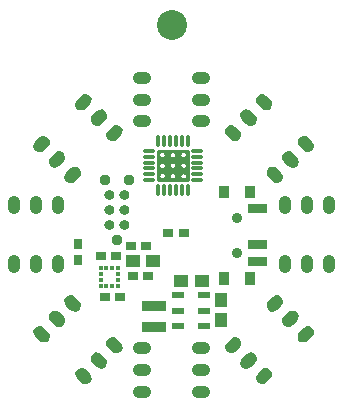
<source format=gts>
G04 DipTrace 2.4.0.2*
%INcircle.gts*%
%MOMM*%
%ADD10C,0.25*%
%ADD20C,0.165*%
%ADD29R,1.0X0.5*%
%ADD47C,0.95*%
%ADD48C,0.9*%
%ADD49C,2.54*%
%ADD53R,0.3X0.325*%
%ADD54R,0.325X0.3*%
%ADD55R,0.75X0.95*%
%ADD56R,0.95X0.75*%
%ADD59O,1.05X1.55*%
%ADD60R,2.05X0.9*%
%ADD61R,1.15X1.05*%
%ADD62R,1.05X1.15*%
%ADD63O,1.55X1.05*%
%ADD67O,1.05X0.33*%
%ADD68O,0.33X1.05*%
%FSLAX53Y53*%
G04*
G71*
G90*
G75*
G01*
%LNTopMask*%
%LPD*%
X25562Y32357D2*
D20*
Y32376D1*
X25564Y32394D1*
X25568Y32413D1*
X25572Y32431D1*
X25578Y32448D1*
X25586Y32466D1*
X25594Y32482D1*
X25604Y32498D1*
X25615Y32514D1*
X25627Y32529D1*
X25640Y32542D1*
X25654Y32555D1*
X25669Y32567D1*
X25685Y32578D1*
X25701Y32588D1*
X25718Y32597D1*
X25736Y32604D1*
X25755Y32611D1*
X25773Y32616D1*
X25792Y32620D1*
X25812Y32622D1*
X25831Y32624D1*
X25851D1*
X25870Y32622D1*
X25890Y32620D1*
X25909Y32616D1*
X25927Y32611D1*
X25946Y32604D1*
X25964Y32597D1*
X25981Y32588D1*
X25997Y32578D1*
X26013Y32567D1*
X26028Y32555D1*
X26042Y32542D1*
X26055Y32529D1*
X26067Y32514D1*
X26078Y32498D1*
X26088Y32482D1*
X26096Y32466D1*
X26104Y32448D1*
X26110Y32431D1*
X26114Y32413D1*
X26118Y32394D1*
X26120Y32376D1*
Y32357D1*
Y32339D1*
X26118Y32320D1*
X26114Y32302D1*
X26110Y32284D1*
X26104Y32266D1*
X26096Y32249D1*
X26088Y32232D1*
X26078Y32216D1*
X26067Y32200D1*
X26055Y32186D1*
X26042Y32172D1*
X26028Y32159D1*
X26013Y32147D1*
X25997Y32136D1*
X25981Y32126D1*
X25964Y32118D1*
X25946Y32110D1*
X25927Y32104D1*
X25909Y32098D1*
X25890Y32095D1*
X25870Y32092D1*
X25851Y32091D1*
X25831D1*
X25812Y32092D1*
X25792Y32095D1*
X25773Y32098D1*
X25755Y32104D1*
X25736Y32110D1*
X25718Y32118D1*
X25701Y32126D1*
X25685Y32136D1*
X25669Y32147D1*
X25654Y32159D1*
X25640Y32172D1*
X25627Y32186D1*
X25615Y32200D1*
X25604Y32216D1*
X25594Y32232D1*
X25586Y32249D1*
X25578Y32266D1*
X25572Y32284D1*
X25568Y32302D1*
X25564Y32320D1*
X25562Y32339D1*
Y32357D1*
Y33260D2*
Y33279D1*
X25564Y33298D1*
X25568Y33316D1*
X25572Y33334D1*
X25578Y33352D1*
X25586Y33369D1*
X25594Y33386D1*
X25604Y33402D1*
X25615Y33417D1*
X25627Y33432D1*
X25640Y33446D1*
X25654Y33459D1*
X25669Y33471D1*
X25685Y33481D1*
X25701Y33491D1*
X25718Y33500D1*
X25736Y33508D1*
X25755Y33514D1*
X25773Y33519D1*
X25792Y33523D1*
X25812Y33526D1*
X25831Y33527D1*
X25851D1*
X25870Y33526D1*
X25890Y33523D1*
X25909Y33519D1*
X25927Y33514D1*
X25946Y33508D1*
X25964Y33500D1*
X25981Y33491D1*
X25997Y33481D1*
X26013Y33471D1*
X26028Y33459D1*
X26042Y33446D1*
X26055Y33432D1*
X26067Y33417D1*
X26078Y33402D1*
X26088Y33386D1*
X26096Y33369D1*
X26104Y33352D1*
X26110Y33334D1*
X26114Y33316D1*
X26118Y33298D1*
X26120Y33279D1*
Y33260D1*
Y33242D1*
X26118Y33223D1*
X26114Y33205D1*
X26110Y33187D1*
X26104Y33169D1*
X26096Y33152D1*
X26088Y33135D1*
X26078Y33119D1*
X26067Y33104D1*
X26055Y33089D1*
X26042Y33075D1*
X26028Y33062D1*
X26013Y33050D1*
X25997Y33039D1*
X25981Y33030D1*
X25964Y33021D1*
X25946Y33013D1*
X25927Y33007D1*
X25909Y33002D1*
X25890Y32998D1*
X25870Y32995D1*
X25851Y32994D1*
X25831D1*
X25812Y32995D1*
X25792Y32998D1*
X25773Y33002D1*
X25755Y33007D1*
X25736Y33013D1*
X25718Y33021D1*
X25701Y33030D1*
X25685Y33039D1*
X25669Y33050D1*
X25654Y33062D1*
X25640Y33075D1*
X25627Y33089D1*
X25615Y33104D1*
X25604Y33119D1*
X25594Y33135D1*
X25586Y33152D1*
X25578Y33169D1*
X25572Y33187D1*
X25568Y33205D1*
X25564Y33223D1*
X25562Y33242D1*
Y33260D1*
X26458Y31451D2*
X26459Y31469D1*
X26461Y31488D1*
X26464Y31506D1*
X26469Y31524D1*
X26475Y31542D1*
X26482Y31559D1*
X26491Y31576D1*
X26501Y31592D1*
X26511Y31607D1*
X26523Y31622D1*
X26537Y31636D1*
X26551Y31649D1*
X26566Y31661D1*
X26581Y31672D1*
X26598Y31681D1*
X26615Y31690D1*
X26633Y31698D1*
X26651Y31704D1*
X26670Y31709D1*
X26689Y31713D1*
X26708Y31716D1*
X26728Y31717D1*
X26747D1*
X26767Y31716D1*
X26786Y31713D1*
X26805Y31709D1*
X26824Y31704D1*
X26842Y31698D1*
X26860Y31690D1*
X26877Y31681D1*
X26894Y31672D1*
X26910Y31661D1*
X26925Y31649D1*
X26939Y31636D1*
X26952Y31622D1*
X26964Y31607D1*
X26975Y31592D1*
X26984Y31576D1*
X26993Y31559D1*
X27000Y31542D1*
X27006Y31524D1*
X27011Y31506D1*
X27014Y31488D1*
X27016Y31469D1*
X27017Y31451D1*
X27016Y31432D1*
X27014Y31413D1*
X27011Y31395D1*
X27006Y31377D1*
X27000Y31359D1*
X26993Y31342D1*
X26984Y31325D1*
X26975Y31309D1*
X26964Y31294D1*
X26952Y31279D1*
X26939Y31265D1*
X26925Y31252D1*
X26910Y31240D1*
X26894Y31229D1*
X26877Y31220D1*
X26860Y31211D1*
X26842Y31203D1*
X26824Y31197D1*
X26805Y31192D1*
X26786Y31188D1*
X26767Y31185D1*
X26747Y31184D1*
X26728D1*
X26708Y31185D1*
X26689Y31188D1*
X26670Y31192D1*
X26651Y31197D1*
X26633Y31203D1*
X26615Y31211D1*
X26598Y31220D1*
X26581Y31229D1*
X26566Y31240D1*
X26551Y31252D1*
X26537Y31265D1*
X26523Y31279D1*
X26511Y31294D1*
X26501Y31309D1*
X26491Y31325D1*
X26482Y31342D1*
X26475Y31359D1*
X26469Y31377D1*
X26464Y31395D1*
X26461Y31413D1*
X26459Y31432D1*
X26458Y31451D1*
X26462Y32350D2*
Y32369D1*
X26464Y32387D1*
X26468Y32406D1*
X26472Y32424D1*
X26479Y32442D1*
X26486Y32459D1*
X26494Y32476D1*
X26504Y32492D1*
X26515Y32507D1*
X26527Y32522D1*
X26540Y32536D1*
X26554Y32549D1*
X26569Y32560D1*
X26585Y32571D1*
X26601Y32581D1*
X26618Y32590D1*
X26636Y32598D1*
X26655Y32604D1*
X26673Y32609D1*
X26692Y32613D1*
X26712Y32616D1*
X26731Y32617D1*
X26751D1*
X26770Y32616D1*
X26789Y32613D1*
X26808Y32609D1*
X26827Y32604D1*
X26845Y32598D1*
X26863Y32590D1*
X26881Y32581D1*
X26897Y32571D1*
X26913Y32560D1*
X26928Y32549D1*
X26942Y32536D1*
X26955Y32522D1*
X26967Y32507D1*
X26978Y32492D1*
X26987Y32476D1*
X26996Y32459D1*
X27003Y32442D1*
X27009Y32424D1*
X27014Y32406D1*
X27017Y32387D1*
X27019Y32369D1*
X27020Y32350D1*
X27019Y32332D1*
X27017Y32313D1*
X27014Y32295D1*
X27009Y32277D1*
X27003Y32259D1*
X26996Y32242D1*
X26987Y32225D1*
X26978Y32209D1*
X26967Y32194D1*
X26955Y32179D1*
X26942Y32165D1*
X26928Y32152D1*
X26913Y32140D1*
X26897Y32129D1*
X26881Y32119D1*
X26863Y32111D1*
X26845Y32103D1*
X26827Y32097D1*
X26808Y32092D1*
X26789Y32088D1*
X26770Y32085D1*
X26751Y32084D1*
X26731D1*
X26712Y32085D1*
X26692Y32088D1*
X26673Y32092D1*
X26655Y32097D1*
X26636Y32103D1*
X26618Y32111D1*
X26601Y32119D1*
X26585Y32129D1*
X26569Y32140D1*
X26554Y32152D1*
X26540Y32165D1*
X26527Y32179D1*
X26515Y32194D1*
X26504Y32209D1*
X26494Y32225D1*
X26486Y32242D1*
X26479Y32259D1*
X26472Y32277D1*
X26468Y32295D1*
X26464Y32313D1*
X26462Y32332D1*
Y32350D1*
Y32361D2*
Y32379D1*
X26464Y32398D1*
X26468Y32416D1*
X26472Y32434D1*
X26479Y32452D1*
X26486Y32469D1*
X26494Y32486D1*
X26504Y32502D1*
X26515Y32517D1*
X26527Y32532D1*
X26540Y32546D1*
X26554Y32559D1*
X26569Y32571D1*
X26585Y32582D1*
X26601Y32591D1*
X26618Y32600D1*
X26636Y32608D1*
X26655Y32614D1*
X26673Y32619D1*
X26692Y32623D1*
X26712Y32626D1*
X26731Y32627D1*
X26751D1*
X26770Y32626D1*
X26789Y32623D1*
X26808Y32619D1*
X26827Y32614D1*
X26845Y32608D1*
X26863Y32600D1*
X26881Y32591D1*
X26897Y32582D1*
X26913Y32571D1*
X26928Y32559D1*
X26942Y32546D1*
X26955Y32532D1*
X26967Y32517D1*
X26978Y32502D1*
X26987Y32486D1*
X26996Y32469D1*
X27003Y32452D1*
X27009Y32434D1*
X27014Y32416D1*
X27017Y32398D1*
X27019Y32379D1*
X27020Y32361D1*
X27019Y32342D1*
X27017Y32323D1*
X27014Y32305D1*
X27009Y32287D1*
X27003Y32269D1*
X26996Y32252D1*
X26987Y32235D1*
X26978Y32219D1*
X26967Y32204D1*
X26955Y32189D1*
X26942Y32175D1*
X26928Y32162D1*
X26913Y32150D1*
X26897Y32140D1*
X26881Y32130D1*
X26863Y32121D1*
X26845Y32113D1*
X26827Y32107D1*
X26808Y32102D1*
X26789Y32098D1*
X26770Y32095D1*
X26751Y32094D1*
X26731D1*
X26712Y32095D1*
X26692Y32098D1*
X26673Y32102D1*
X26655Y32107D1*
X26636Y32113D1*
X26618Y32121D1*
X26601Y32130D1*
X26585Y32140D1*
X26569Y32150D1*
X26554Y32162D1*
X26540Y32175D1*
X26527Y32189D1*
X26515Y32204D1*
X26504Y32219D1*
X26494Y32235D1*
X26486Y32252D1*
X26479Y32269D1*
X26472Y32287D1*
X26468Y32305D1*
X26464Y32323D1*
X26462Y32342D1*
Y32361D1*
X26455Y33257D2*
X26456Y33276D1*
X26458Y33294D1*
X26461Y33312D1*
X26466Y33331D1*
X26472Y33348D1*
X26479Y33365D1*
X26488Y33382D1*
X26497Y33398D1*
X26508Y33414D1*
X26520Y33428D1*
X26533Y33442D1*
X26547Y33455D1*
X26562Y33467D1*
X26578Y33478D1*
X26595Y33488D1*
X26612Y33497D1*
X26630Y33504D1*
X26648Y33511D1*
X26667Y33516D1*
X26686Y33520D1*
X26705Y33522D1*
X26725Y33524D1*
X26744D1*
X26763Y33522D1*
X26783Y33520D1*
X26802Y33516D1*
X26821Y33511D1*
X26839Y33504D1*
X26857Y33497D1*
X26874Y33488D1*
X26890Y33478D1*
X26906Y33467D1*
X26921Y33455D1*
X26935Y33442D1*
X26948Y33428D1*
X26960Y33414D1*
X26971Y33398D1*
X26981Y33382D1*
X26989Y33365D1*
X26997Y33348D1*
X27003Y33331D1*
X27007Y33312D1*
X27011Y33294D1*
X27013Y33276D1*
Y33257D1*
Y33238D1*
X27011Y33220D1*
X27007Y33202D1*
X27003Y33184D1*
X26997Y33166D1*
X26989Y33149D1*
X26981Y33132D1*
X26971Y33116D1*
X26960Y33100D1*
X26948Y33086D1*
X26935Y33072D1*
X26921Y33059D1*
X26906Y33047D1*
X26890Y33036D1*
X26874Y33026D1*
X26857Y33017D1*
X26839Y33010D1*
X26821Y33003D1*
X26802Y32998D1*
X26783Y32994D1*
X26763Y32992D1*
X26744Y32991D1*
X26725D1*
X26705Y32992D1*
X26686Y32994D1*
X26667Y32998D1*
X26648Y33003D1*
X26630Y33010D1*
X26612Y33017D1*
X26595Y33026D1*
X26578Y33036D1*
X26562Y33047D1*
X26547Y33059D1*
X26533Y33072D1*
X26520Y33086D1*
X26508Y33100D1*
X26497Y33116D1*
X26488Y33132D1*
X26479Y33149D1*
X26472Y33166D1*
X26466Y33184D1*
X26461Y33202D1*
X26458Y33220D1*
X26456Y33238D1*
X26455Y33257D1*
X27362Y32354D2*
X27363Y32372D1*
X27365Y32391D1*
X27368Y32409D1*
X27373Y32427D1*
X27379Y32445D1*
X27386Y32462D1*
X27395Y32479D1*
X27404Y32495D1*
X27415Y32511D1*
X27427Y32525D1*
X27440Y32539D1*
X27454Y32552D1*
X27469Y32564D1*
X27485Y32575D1*
X27501Y32585D1*
X27519Y32593D1*
X27536Y32601D1*
X27555Y32607D1*
X27573Y32612D1*
X27593Y32616D1*
X27612Y32619D1*
X27631Y32620D1*
X27651D1*
X27670Y32619D1*
X27690Y32616D1*
X27709Y32612D1*
X27727Y32607D1*
X27746Y32601D1*
X27763Y32593D1*
X27781Y32585D1*
X27797Y32575D1*
X27813Y32564D1*
X27828Y32552D1*
X27842Y32539D1*
X27855Y32525D1*
X27867Y32511D1*
X27878Y32495D1*
X27888Y32479D1*
X27896Y32462D1*
X27903Y32445D1*
X27909Y32427D1*
X27914Y32409D1*
X27918Y32391D1*
X27920Y32372D1*
Y32354D1*
Y32335D1*
X27918Y32317D1*
X27914Y32298D1*
X27909Y32280D1*
X27903Y32263D1*
X27896Y32245D1*
X27888Y32229D1*
X27878Y32213D1*
X27867Y32197D1*
X27855Y32182D1*
X27842Y32169D1*
X27828Y32156D1*
X27813Y32144D1*
X27797Y32133D1*
X27781Y32123D1*
X27763Y32114D1*
X27746Y32107D1*
X27727Y32100D1*
X27709Y32095D1*
X27690Y32091D1*
X27670Y32089D1*
X27651Y32087D1*
X27631D1*
X27612Y32089D1*
X27593Y32091D1*
X27573Y32095D1*
X27555Y32100D1*
X27536Y32107D1*
X27519Y32114D1*
X27501Y32123D1*
X27485Y32133D1*
X27469Y32144D1*
X27454Y32156D1*
X27440Y32169D1*
X27427Y32182D1*
X27415Y32197D1*
X27404Y32213D1*
X27395Y32229D1*
X27386Y32245D1*
X27379Y32263D1*
X27373Y32280D1*
X27368Y32298D1*
X27365Y32317D1*
X27363Y32335D1*
X27362Y32354D1*
Y31457D2*
X27363Y31476D1*
X27365Y31494D1*
X27368Y31513D1*
X27373Y31531D1*
X27379Y31549D1*
X27386Y31566D1*
X27395Y31582D1*
X27404Y31599D1*
X27415Y31614D1*
X27427Y31629D1*
X27440Y31643D1*
X27454Y31655D1*
X27469Y31667D1*
X27485Y31678D1*
X27501Y31688D1*
X27519Y31697D1*
X27536Y31705D1*
X27555Y31711D1*
X27573Y31716D1*
X27593Y31720D1*
X27612Y31722D1*
X27631Y31724D1*
X27651D1*
X27670Y31722D1*
X27690Y31720D1*
X27709Y31716D1*
X27727Y31711D1*
X27746Y31705D1*
X27763Y31697D1*
X27781Y31688D1*
X27797Y31678D1*
X27813Y31667D1*
X27828Y31655D1*
X27842Y31643D1*
X27855Y31629D1*
X27867Y31614D1*
X27878Y31599D1*
X27888Y31582D1*
X27896Y31566D1*
X27903Y31549D1*
X27909Y31531D1*
X27914Y31513D1*
X27918Y31494D1*
X27920Y31476D1*
Y31457D1*
Y31439D1*
X27918Y31420D1*
X27914Y31402D1*
X27909Y31384D1*
X27903Y31366D1*
X27896Y31349D1*
X27888Y31332D1*
X27878Y31316D1*
X27867Y31301D1*
X27855Y31286D1*
X27842Y31272D1*
X27828Y31259D1*
X27813Y31247D1*
X27797Y31236D1*
X27781Y31226D1*
X27763Y31218D1*
X27746Y31210D1*
X27727Y31204D1*
X27709Y31199D1*
X27690Y31195D1*
X27670Y31192D1*
X27651Y31191D1*
X27631D1*
X27612Y31192D1*
X27593Y31195D1*
X27573Y31199D1*
X27555Y31204D1*
X27536Y31210D1*
X27519Y31218D1*
X27501Y31226D1*
X27485Y31236D1*
X27469Y31247D1*
X27454Y31259D1*
X27440Y31272D1*
X27427Y31286D1*
X27415Y31301D1*
X27404Y31316D1*
X27395Y31332D1*
X27386Y31349D1*
X27379Y31366D1*
X27373Y31384D1*
X27368Y31402D1*
X27365Y31420D1*
X27363Y31439D1*
X27362Y31457D1*
Y33260D2*
X27363Y33279D1*
X27365Y33298D1*
X27368Y33316D1*
X27373Y33334D1*
X27379Y33352D1*
X27386Y33369D1*
X27395Y33386D1*
X27404Y33402D1*
X27415Y33417D1*
X27427Y33432D1*
X27440Y33446D1*
X27454Y33459D1*
X27469Y33471D1*
X27485Y33481D1*
X27501Y33491D1*
X27519Y33500D1*
X27536Y33508D1*
X27555Y33514D1*
X27573Y33519D1*
X27593Y33523D1*
X27612Y33526D1*
X27631Y33527D1*
X27651D1*
X27670Y33526D1*
X27690Y33523D1*
X27709Y33519D1*
X27727Y33514D1*
X27746Y33508D1*
X27763Y33500D1*
X27781Y33491D1*
X27797Y33481D1*
X27813Y33471D1*
X27828Y33459D1*
X27842Y33446D1*
X27855Y33432D1*
X27867Y33417D1*
X27878Y33402D1*
X27888Y33386D1*
X27896Y33369D1*
X27903Y33352D1*
X27909Y33334D1*
X27914Y33316D1*
X27918Y33298D1*
X27920Y33279D1*
Y33260D1*
Y33242D1*
X27918Y33223D1*
X27914Y33205D1*
X27909Y33187D1*
X27903Y33169D1*
X27896Y33152D1*
X27888Y33135D1*
X27878Y33119D1*
X27867Y33104D1*
X27855Y33089D1*
X27842Y33075D1*
X27828Y33062D1*
X27813Y33050D1*
X27797Y33039D1*
X27781Y33030D1*
X27763Y33021D1*
X27746Y33013D1*
X27727Y33007D1*
X27709Y33002D1*
X27690Y32998D1*
X27670Y32995D1*
X27651Y32994D1*
X27631D1*
X27612Y32995D1*
X27593Y32998D1*
X27573Y33002D1*
X27555Y33007D1*
X27536Y33013D1*
X27519Y33021D1*
X27501Y33030D1*
X27485Y33039D1*
X27469Y33050D1*
X27454Y33062D1*
X27440Y33075D1*
X27427Y33089D1*
X27415Y33104D1*
X27404Y33119D1*
X27395Y33135D1*
X27386Y33152D1*
X27379Y33169D1*
X27373Y33187D1*
X27368Y33205D1*
X27365Y33223D1*
X27363Y33242D1*
X27362Y33260D1*
X25471Y31101D2*
D10*
X27998D1*
Y33591D1*
X25471D1*
Y31101D1*
G36*
X25531Y31694D2*
X27914D1*
Y32174D1*
X25531D1*
Y31694D1*
G37*
G36*
X26938Y31137D2*
X27404D1*
Y33614D1*
X26938D1*
Y31137D1*
G37*
G36*
X26078Y31154D2*
X26544D1*
Y33514D1*
X26078D1*
Y31154D1*
G37*
G36*
X25438Y32584D2*
X27908D1*
Y33057D1*
X25438D1*
Y32584D1*
G37*
X25575Y31484D2*
D20*
Y31503D1*
X25578Y31521D1*
X25581Y31539D1*
X25586Y31557D1*
X25592Y31575D1*
X25599Y31592D1*
X25607Y31609D1*
X25617Y31625D1*
X25628Y31641D1*
X25640Y31655D1*
X25653Y31669D1*
X25667Y31682D1*
X25682Y31694D1*
X25698Y31705D1*
X25715Y31715D1*
X25732Y31724D1*
X25750Y31731D1*
X25768Y31738D1*
X25787Y31743D1*
X25806Y31747D1*
X25825Y31749D1*
X25845Y31750D1*
X25864D1*
X25883Y31749D1*
X25903Y31747D1*
X25922Y31743D1*
X25941Y31738D1*
X25959Y31731D1*
X25977Y31724D1*
X25994Y31715D1*
X26011Y31705D1*
X26026Y31694D1*
X26041Y31682D1*
X26055Y31669D1*
X26068Y31655D1*
X26080Y31641D1*
X26091Y31625D1*
X26101Y31609D1*
X26110Y31592D1*
X26117Y31575D1*
X26123Y31557D1*
X26128Y31539D1*
X26131Y31521D1*
X26133Y31503D1*
X26134Y31484D1*
X26133Y31465D1*
X26131Y31447D1*
X26128Y31429D1*
X26123Y31410D1*
X26117Y31393D1*
X26110Y31376D1*
X26101Y31359D1*
X26091Y31343D1*
X26080Y31327D1*
X26068Y31313D1*
X26055Y31299D1*
X26041Y31286D1*
X26026Y31274D1*
X26011Y31263D1*
X25994Y31253D1*
X25977Y31244D1*
X25959Y31237D1*
X25941Y31230D1*
X25922Y31225D1*
X25903Y31221D1*
X25883Y31219D1*
X25864Y31218D1*
X25845D1*
X25825Y31219D1*
X25806Y31221D1*
X25787Y31225D1*
X25768Y31230D1*
X25750Y31237D1*
X25732Y31244D1*
X25715Y31253D1*
X25698Y31263D1*
X25682Y31274D1*
X25667Y31286D1*
X25653Y31299D1*
X25640Y31313D1*
X25628Y31327D1*
X25617Y31343D1*
X25607Y31359D1*
X25599Y31376D1*
X25592Y31393D1*
X25586Y31410D1*
X25581Y31429D1*
X25578Y31447D1*
X25575Y31465D1*
Y31484D1*
D68*
X25488Y30311D3*
X25988D3*
X26488D3*
X26988D3*
X27488D3*
X27988D3*
D67*
X28788Y31111D3*
Y31611D3*
Y32111D3*
Y32611D3*
Y33111D3*
Y33611D3*
D68*
X27988Y34411D3*
X27488D3*
X26988D3*
X26488D3*
X25988D3*
X25488D3*
D67*
X24688Y33611D3*
Y33111D3*
Y32611D3*
Y32111D3*
Y31611D3*
Y31111D3*
D29*
X29390Y18777D3*
Y20077D3*
Y21377D3*
X27190D3*
Y20077D3*
Y18777D3*
G36*
X21349Y27759D2*
X21276Y27753D1*
X21205Y27734D1*
X21139Y27703D1*
X21079Y27661D1*
X21028Y27610D1*
X20986Y27550D1*
X20955Y27484D1*
X20936Y27413D1*
X20930Y27340D1*
D1*
X20936Y27268D1*
X20955Y27197D1*
X20986Y27131D1*
X21028Y27071D1*
X21079Y27019D1*
X21139Y26978D1*
X21205Y26947D1*
X21276Y26928D1*
X21349Y26922D1*
D1*
X21421Y26928D1*
X21492Y26947D1*
X21558Y26978D1*
X21618Y27019D1*
X21669Y27071D1*
X21711Y27131D1*
X21742Y27197D1*
X21761Y27268D1*
X21767Y27340D1*
D1*
X21761Y27413D1*
X21742Y27484D1*
X21711Y27550D1*
X21669Y27610D1*
X21618Y27661D1*
X21558Y27703D1*
X21492Y27734D1*
X21421Y27753D1*
X21349Y27759D1*
G37*
G36*
Y29029D2*
X21276Y29023D1*
X21205Y29004D1*
X21139Y28973D1*
X21079Y28931D1*
X21028Y28880D1*
X20986Y28820D1*
X20955Y28754D1*
X20936Y28683D1*
X20930Y28610D1*
D1*
X20936Y28538D1*
X20955Y28467D1*
X20986Y28401D1*
X21028Y28341D1*
X21079Y28289D1*
X21139Y28248D1*
X21205Y28217D1*
X21276Y28198D1*
X21349Y28192D1*
D1*
X21421Y28198D1*
X21492Y28217D1*
X21558Y28248D1*
X21618Y28289D1*
X21669Y28341D1*
X21711Y28401D1*
X21742Y28467D1*
X21761Y28538D1*
X21767Y28610D1*
D1*
X21761Y28683D1*
X21742Y28754D1*
X21711Y28820D1*
X21669Y28880D1*
X21618Y28931D1*
X21558Y28973D1*
X21492Y29004D1*
X21421Y29023D1*
X21349Y29029D1*
G37*
G36*
Y30299D2*
X21276Y30293D1*
X21205Y30274D1*
X21139Y30243D1*
X21079Y30201D1*
X21028Y30150D1*
X20986Y30090D1*
X20955Y30024D1*
X20936Y29953D1*
X20930Y29880D1*
D1*
X20936Y29808D1*
X20955Y29737D1*
X20986Y29671D1*
X21028Y29611D1*
X21079Y29559D1*
X21139Y29518D1*
X21205Y29487D1*
X21276Y29468D1*
X21349Y29462D1*
D1*
X21421Y29468D1*
X21492Y29487D1*
X21558Y29518D1*
X21618Y29559D1*
X21669Y29611D1*
X21711Y29671D1*
X21742Y29737D1*
X21761Y29808D1*
X21767Y29880D1*
D1*
X21761Y29953D1*
X21742Y30024D1*
X21711Y30090D1*
X21669Y30150D1*
X21618Y30201D1*
X21558Y30243D1*
X21492Y30274D1*
X21421Y30293D1*
X21349Y30299D1*
G37*
G36*
X22619D2*
X22546Y30293D1*
X22475Y30274D1*
X22409Y30243D1*
X22349Y30201D1*
X22298Y30150D1*
X22256Y30090D1*
X22225Y30024D1*
X22206Y29953D1*
X22200Y29880D1*
D1*
X22206Y29808D1*
X22225Y29737D1*
X22256Y29671D1*
X22298Y29611D1*
X22349Y29559D1*
X22409Y29518D1*
X22475Y29487D1*
X22546Y29468D1*
X22619Y29462D1*
D1*
X22691Y29468D1*
X22762Y29487D1*
X22828Y29518D1*
X22888Y29559D1*
X22939Y29611D1*
X22981Y29671D1*
X23012Y29737D1*
X23031Y29808D1*
X23037Y29880D1*
D1*
X23031Y29953D1*
X23012Y30024D1*
X22981Y30090D1*
X22939Y30150D1*
X22888Y30201D1*
X22828Y30243D1*
X22762Y30274D1*
X22691Y30293D1*
X22619Y30299D1*
G37*
G36*
Y29029D2*
X22546Y29023D1*
X22475Y29004D1*
X22409Y28973D1*
X22349Y28931D1*
X22298Y28880D1*
X22256Y28820D1*
X22225Y28754D1*
X22206Y28683D1*
X22200Y28610D1*
D1*
X22206Y28538D1*
X22225Y28467D1*
X22256Y28401D1*
X22298Y28341D1*
X22349Y28289D1*
X22409Y28248D1*
X22475Y28217D1*
X22546Y28198D1*
X22619Y28192D1*
D1*
X22691Y28198D1*
X22762Y28217D1*
X22828Y28248D1*
X22888Y28289D1*
X22939Y28341D1*
X22981Y28401D1*
X23012Y28467D1*
X23031Y28538D1*
X23037Y28610D1*
D1*
X23031Y28683D1*
X23012Y28754D1*
X22981Y28820D1*
X22939Y28880D1*
X22888Y28931D1*
X22828Y28973D1*
X22762Y29004D1*
X22691Y29023D1*
X22619Y29029D1*
G37*
G36*
Y27759D2*
X22546Y27753D1*
X22475Y27734D1*
X22409Y27703D1*
X22349Y27661D1*
X22298Y27610D1*
X22256Y27550D1*
X22225Y27484D1*
X22206Y27413D1*
X22200Y27340D1*
D1*
X22206Y27268D1*
X22225Y27197D1*
X22256Y27131D1*
X22298Y27071D1*
X22349Y27019D1*
X22409Y26978D1*
X22475Y26947D1*
X22546Y26928D1*
X22619Y26922D1*
D1*
X22691Y26928D1*
X22762Y26947D1*
X22828Y26978D1*
X22888Y27019D1*
X22939Y27071D1*
X22981Y27131D1*
X23012Y27197D1*
X23031Y27268D1*
X23037Y27340D1*
D1*
X23031Y27413D1*
X23012Y27484D1*
X22981Y27550D1*
X22939Y27610D1*
X22888Y27661D1*
X22828Y27703D1*
X22762Y27734D1*
X22691Y27753D1*
X22619Y27759D1*
G37*
D47*
X21984Y26070D3*
X20968Y31150D3*
X23000D3*
D63*
X24118Y39794D3*
Y37944D3*
Y36094D3*
X29118D3*
Y37944D3*
Y39794D3*
D62*
X30825Y19247D3*
Y20947D3*
D61*
X27452Y22559D3*
X29152D3*
D60*
X25131Y18722D3*
Y20422D3*
G36*
X34252Y37173D2*
X34448Y37050D1*
X34680Y37024D1*
X34901Y37101D1*
X35066Y37266D1*
X35144Y37487D1*
X35117Y37720D1*
X34994Y37915D1*
X34637Y38273D1*
X34441Y38396D1*
X34209Y38422D1*
X33988Y38345D1*
X33823Y38179D1*
X33745Y37959D1*
X33771Y37726D1*
X33894Y37530D1*
X34252Y37173D1*
G37*
G36*
X32944Y35865D2*
X33139Y35742D1*
X33372Y35716D1*
X33593Y35793D1*
X33758Y35958D1*
X33835Y36179D1*
X33809Y36412D1*
X33686Y36607D1*
X33329Y36965D1*
X33133Y37088D1*
X32901Y37114D1*
X32680Y37037D1*
X32514Y36871D1*
X32437Y36650D1*
X32463Y36418D1*
X32586Y36222D1*
X32944Y35865D1*
G37*
G36*
X31636Y34557D2*
X31831Y34434D1*
X32064Y34408D1*
X32285Y34485D1*
X32450Y34650D1*
X32527Y34871D1*
X32501Y35103D1*
X32378Y35299D1*
X32021Y35657D1*
X31825Y35780D1*
X31593Y35806D1*
X31372Y35728D1*
X31206Y35563D1*
X31129Y35342D1*
X31155Y35110D1*
X31278Y34914D1*
X31636Y34557D1*
G37*
G36*
X35171Y31021D2*
X35367Y30898D1*
X35599Y30872D1*
X35820Y30949D1*
X35986Y31115D1*
X36063Y31335D1*
X36037Y31568D1*
X35914Y31764D1*
X35556Y32121D1*
X35361Y32244D1*
X35128Y32270D1*
X34907Y32193D1*
X34742Y32028D1*
X34665Y31807D1*
X34691Y31574D1*
X34814Y31379D1*
X35171Y31021D1*
G37*
G36*
X36479Y32329D2*
X36675Y32206D1*
X36907Y32180D1*
X37128Y32257D1*
X37294Y32423D1*
X37371Y32644D1*
X37345Y32876D1*
X37222Y33072D1*
X36864Y33429D1*
X36669Y33552D1*
X36436Y33578D1*
X36215Y33501D1*
X36050Y33336D1*
X35973Y33115D1*
X35999Y32882D1*
X36122Y32687D1*
X36479Y32329D1*
G37*
G36*
X37788Y33637D2*
X37983Y33514D1*
X38216Y33488D1*
X38436Y33566D1*
X38602Y33731D1*
X38679Y33952D1*
X38653Y34184D1*
X38530Y34380D1*
X38172Y34737D1*
X37977Y34860D1*
X37744Y34887D1*
X37524Y34809D1*
X37358Y34644D1*
X37281Y34423D1*
X37307Y34191D1*
X37430Y33995D1*
X37788Y33637D1*
G37*
D59*
X39927Y28985D3*
X38077D3*
X36227D3*
Y23985D3*
X38077D3*
X39927D3*
G36*
X37430Y18268D2*
X37307Y18073D1*
X37281Y17840D1*
X37358Y17619D1*
X37524Y17454D1*
X37744Y17377D1*
X37977Y17403D1*
X38172Y17526D1*
X38530Y17883D1*
X38653Y18079D1*
X38679Y18311D1*
X38602Y18532D1*
X38436Y18698D1*
X38216Y18775D1*
X37983Y18749D1*
X37788Y18626D1*
X37430Y18268D1*
G37*
G36*
X36122Y19576D2*
X35999Y19381D1*
X35973Y19148D1*
X36050Y18927D1*
X36215Y18762D1*
X36436Y18685D1*
X36669Y18711D1*
X36864Y18834D1*
X37222Y19191D1*
X37345Y19387D1*
X37371Y19619D1*
X37294Y19840D1*
X37128Y20006D1*
X36907Y20083D1*
X36675Y20057D1*
X36479Y19934D1*
X36122Y19576D1*
G37*
G36*
X34814Y20884D2*
X34691Y20689D1*
X34665Y20456D1*
X34742Y20235D1*
X34907Y20070D1*
X35128Y19993D1*
X35360Y20019D1*
X35556Y20142D1*
X35914Y20499D1*
X36037Y20695D1*
X36063Y20928D1*
X35985Y21148D1*
X35820Y21314D1*
X35599Y21391D1*
X35367Y21365D1*
X35171Y21242D1*
X34814Y20884D1*
G37*
G36*
X31278Y17349D2*
X31155Y17153D1*
X31129Y16921D1*
X31206Y16700D1*
X31372Y16535D1*
X31592Y16457D1*
X31825Y16483D1*
X32021Y16606D1*
X32378Y16964D1*
X32501Y17160D1*
X32527Y17392D1*
X32450Y17613D1*
X32285Y17778D1*
X32064Y17856D1*
X31831Y17829D1*
X31636Y17706D1*
X31278Y17349D1*
G37*
G36*
X32586Y16041D2*
X32463Y15845D1*
X32437Y15613D1*
X32514Y15392D1*
X32680Y15226D1*
X32901Y15149D1*
X33133Y15175D1*
X33329Y15298D1*
X33686Y15656D1*
X33809Y15851D1*
X33835Y16084D1*
X33758Y16305D1*
X33593Y16470D1*
X33372Y16547D1*
X33139Y16521D1*
X32944Y16398D1*
X32586Y16041D1*
G37*
G36*
X33894Y14733D2*
X33771Y14537D1*
X33745Y14305D1*
X33823Y14084D1*
X33988Y13918D1*
X34209Y13841D1*
X34441Y13867D1*
X34637Y13990D1*
X34994Y14348D1*
X35117Y14543D1*
X35144Y14776D1*
X35066Y14997D1*
X34901Y15162D1*
X34680Y15239D1*
X34448Y15213D1*
X34252Y15090D1*
X33894Y14733D1*
G37*
D63*
X29118Y13176D3*
Y15026D3*
Y16876D3*
X24118D3*
Y15026D3*
Y13176D3*
G36*
X19350Y15090D2*
X19155Y15213D1*
X18922Y15239D1*
X18701Y15162D1*
X18536Y14997D1*
X18459Y14776D1*
X18485Y14543D1*
X18608Y14348D1*
X18965Y13990D1*
X19161Y13867D1*
X19393Y13841D1*
X19614Y13918D1*
X19780Y14084D1*
X19857Y14305D1*
X19831Y14537D1*
X19708Y14733D1*
X19350Y15090D1*
G37*
G36*
X20658Y16398D2*
X20463Y16521D1*
X20230Y16547D1*
X20009Y16470D1*
X19844Y16305D1*
X19767Y16084D1*
X19793Y15851D1*
X19916Y15656D1*
X20273Y15298D1*
X20469Y15175D1*
X20701Y15149D1*
X20922Y15226D1*
X21088Y15392D1*
X21165Y15613D1*
X21139Y15845D1*
X21016Y16041D1*
X20658Y16398D1*
G37*
G36*
X21966Y17706D2*
X21771Y17829D1*
X21538Y17856D1*
X21318Y17778D1*
X21152Y17613D1*
X21075Y17392D1*
X21101Y17160D1*
X21224Y16964D1*
X21582Y16606D1*
X21777Y16484D1*
X22010Y16457D1*
X22230Y16535D1*
X22396Y16700D1*
X22473Y16921D1*
X22447Y17153D1*
X22324Y17349D1*
X21966Y17706D1*
G37*
G36*
X18431Y21242D2*
X18235Y21365D1*
X18003Y21391D1*
X17782Y21314D1*
X17617Y21148D1*
X17539Y20928D1*
X17565Y20695D1*
X17688Y20500D1*
X18046Y20142D1*
X18242Y20019D1*
X18474Y19993D1*
X18695Y20070D1*
X18860Y20236D1*
X18938Y20456D1*
X18911Y20689D1*
X18788Y20884D1*
X18431Y21242D1*
G37*
G36*
X17123Y19934D2*
X16927Y20057D1*
X16695Y20083D1*
X16474Y20006D1*
X16308Y19840D1*
X16231Y19619D1*
X16257Y19387D1*
X16380Y19191D1*
X16738Y18834D1*
X16933Y18711D1*
X17166Y18685D1*
X17387Y18762D1*
X17552Y18927D1*
X17629Y19148D1*
X17603Y19381D1*
X17480Y19576D1*
X17123Y19934D1*
G37*
G36*
X15815Y18626D2*
X15619Y18749D1*
X15387Y18775D1*
X15166Y18698D1*
X15000Y18532D1*
X14923Y18311D1*
X14949Y18079D1*
X15072Y17883D1*
X15430Y17526D1*
X15625Y17403D1*
X15858Y17377D1*
X16079Y17454D1*
X16244Y17619D1*
X16321Y17840D1*
X16295Y18073D1*
X16172Y18268D1*
X15815Y18626D1*
G37*
D59*
X13309Y23985D3*
X15159D3*
X17009D3*
Y28985D3*
X15159D3*
X13309D3*
G36*
X16172Y33995D2*
X16295Y34191D1*
X16321Y34423D1*
X16244Y34644D1*
X16079Y34809D1*
X15858Y34887D1*
X15625Y34860D1*
X15430Y34737D1*
X15072Y34380D1*
X14949Y34184D1*
X14923Y33952D1*
X15000Y33731D1*
X15166Y33566D1*
X15387Y33488D1*
X15619Y33514D1*
X15815Y33637D1*
X16172Y33995D1*
G37*
G36*
X17480Y32687D2*
X17603Y32882D1*
X17629Y33115D1*
X17552Y33336D1*
X17387Y33501D1*
X17166Y33578D1*
X16933Y33552D1*
X16738Y33429D1*
X16380Y33072D1*
X16257Y32876D1*
X16231Y32644D1*
X16308Y32423D1*
X16474Y32257D1*
X16695Y32180D1*
X16927Y32206D1*
X17123Y32329D1*
X17480Y32687D1*
G37*
G36*
X18788Y31379D2*
X18911Y31574D1*
X18938Y31807D1*
X18860Y32028D1*
X18695Y32193D1*
X18474Y32270D1*
X18242Y32244D1*
X18046Y32121D1*
X17688Y31764D1*
X17566Y31568D1*
X17539Y31336D1*
X17617Y31115D1*
X17782Y30949D1*
X18003Y30872D1*
X18235Y30898D1*
X18431Y31021D1*
X18788Y31379D1*
G37*
G36*
X22324Y34914D2*
X22447Y35110D1*
X22473Y35342D1*
X22396Y35563D1*
X22230Y35729D1*
X22010Y35806D1*
X21777Y35780D1*
X21582Y35657D1*
X21224Y35299D1*
X21101Y35104D1*
X21075Y34871D1*
X21152Y34650D1*
X21318Y34485D1*
X21538Y34408D1*
X21771Y34434D1*
X21966Y34557D1*
X22324Y34914D1*
G37*
G36*
X21016Y36222D2*
X21139Y36418D1*
X21165Y36650D1*
X21088Y36871D1*
X20922Y37037D1*
X20701Y37114D1*
X20469Y37088D1*
X20273Y36965D1*
X19916Y36607D1*
X19793Y36412D1*
X19767Y36179D1*
X19844Y35958D1*
X20009Y35793D1*
X20230Y35716D1*
X20463Y35742D1*
X20658Y35865D1*
X21016Y36222D1*
G37*
G36*
X19708Y37530D2*
X19831Y37726D1*
X19857Y37959D1*
X19780Y38179D1*
X19614Y38345D1*
X19393Y38422D1*
X19161Y38396D1*
X18965Y38273D1*
X18608Y37915D1*
X18485Y37720D1*
X18459Y37487D1*
X18536Y37266D1*
X18701Y37101D1*
X18922Y37024D1*
X19155Y37050D1*
X19350Y37173D1*
X19708Y37530D1*
G37*
G36*
X32819Y30629D2*
X33669D1*
Y29579D1*
X32819D1*
Y30629D1*
G37*
G36*
X30619D2*
X31469D1*
Y29579D1*
X30619D1*
Y30629D1*
G37*
G36*
Y23329D2*
X31469D1*
Y22279D1*
X30619D1*
Y23329D1*
G37*
G36*
X32819D2*
X33669D1*
Y22279D1*
X32819D1*
Y23329D1*
G37*
G36*
X33119Y24579D2*
X34669D1*
Y23829D1*
X33119D1*
Y24579D1*
G37*
G36*
Y26079D2*
X34669D1*
Y25329D1*
X33119D1*
Y26079D1*
G37*
G36*
Y29079D2*
X34669D1*
Y28329D1*
X33119D1*
Y29079D1*
G37*
D48*
X32144Y24954D3*
Y27954D3*
D56*
X26344Y26658D3*
X27644D3*
D55*
X18732Y24398D3*
Y25698D3*
D56*
X20644Y24714D3*
X21944D3*
X20961Y21225D3*
X22261D3*
X23183Y25550D3*
X24483D3*
X23346Y23023D3*
X24646D3*
D61*
X23338Y24280D3*
X25038D3*
D54*
X20602Y23696D3*
Y23196D3*
Y22696D3*
Y22196D3*
D53*
X21102D3*
X21602D3*
D54*
X22102D3*
Y22696D3*
Y23196D3*
Y23696D3*
D53*
X21602D3*
X21102D3*
D49*
X26618Y44265D3*
M02*

</source>
